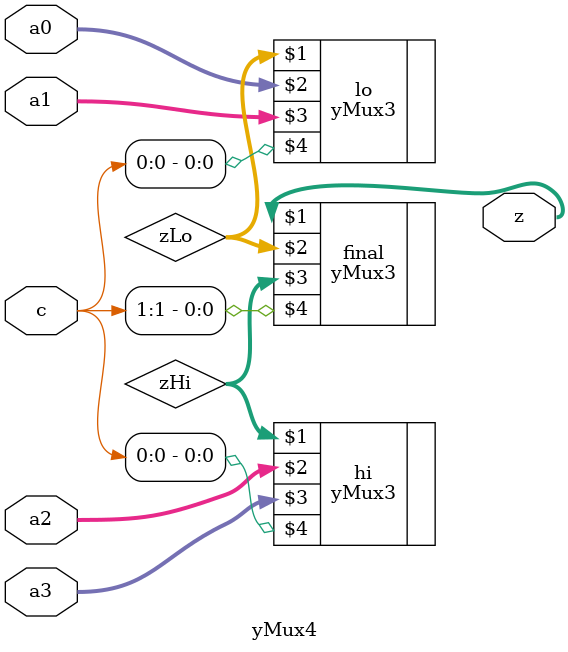
<source format=v>
module yMux4(z, a0,a1,a2,a3, c); 

parameter SIZE = 2; 
output [SIZE-1:0] z; 
input [SIZE-1:0] a0, a1, a2, a3; 
input [1:0] c; 
wire [SIZE-1:0] zLo, zHi;
 
yMux3 #(SIZE) lo(zLo, a0, a1, c[0]); 
yMux3 #(SIZE) hi(zHi, a2, a3, c[0]); 
yMux3 #(SIZE) final(z, zLo, zHi, c[1]); 

endmodule 

</source>
